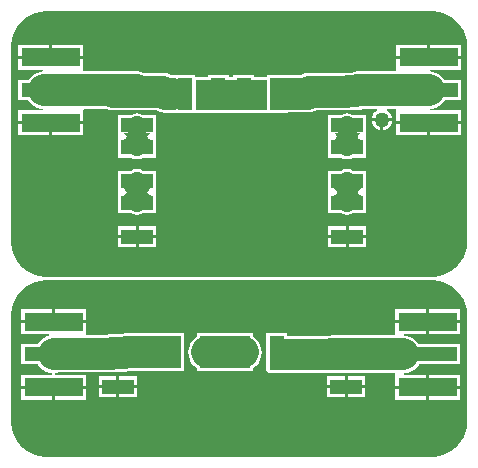
<source format=gbr>
%TF.GenerationSoftware,Altium Limited,Altium Designer,20.0.10 (225)*%
G04 Layer_Physical_Order=1*
G04 Layer_Color=255*
%FSLAX26Y26*%
%MOIN*%
%TF.FileFunction,Copper,L1,Top,Signal*%
%TF.Part,CustomerPanel*%
G01*
G75*
%TA.AperFunction,SMDPad,CuDef*%
%ADD10R,0.106299X0.049213*%
%ADD11R,0.049213X0.106299*%
%ADD12R,0.196850X0.047244*%
%ADD13R,0.196850X0.062992*%
%TA.AperFunction,Conductor*%
%ADD14C,0.105236*%
%ADD15C,0.059055*%
%ADD16C,0.105236*%
%TA.AperFunction,ViaPad*%
%ADD17C,0.050000*%
G36*
X3058091Y4309948D02*
X3073047Y4305940D01*
X3087351Y4300016D01*
X3100759Y4292274D01*
X3113043Y4282849D01*
X3123990Y4271901D01*
X3133416Y4259618D01*
X3141157Y4246209D01*
X3147082Y4231905D01*
X3151089Y4216950D01*
X3153110Y4201600D01*
Y4193858D01*
Y3543977D01*
Y3536235D01*
X3151089Y3520885D01*
X3147082Y3505930D01*
X3141157Y3491626D01*
X3133416Y3478217D01*
X3123990Y3465934D01*
X3113043Y3454986D01*
X3100759Y3445561D01*
X3087351Y3437819D01*
X3073047Y3431894D01*
X3058091Y3427887D01*
X3042741Y3425866D01*
X3035000D01*
Y3425866D01*
X1751929D01*
Y3425866D01*
X1744188D01*
X1728838Y3427887D01*
X1713882Y3431894D01*
X1699578Y3437819D01*
X1686170Y3445561D01*
X1673887Y3454986D01*
X1662939Y3465934D01*
X1653513Y3478217D01*
X1645772Y3491626D01*
X1639847Y3505930D01*
X1635840Y3520885D01*
X1633819Y3536235D01*
Y3543977D01*
X1633819D01*
Y4193858D01*
Y4201600D01*
X1635840Y4216950D01*
X1639847Y4231905D01*
X1645772Y4246209D01*
X1653513Y4259618D01*
X1662939Y4271901D01*
X1673887Y4282849D01*
X1686170Y4292274D01*
X1699578Y4300016D01*
X1713882Y4305940D01*
X1728838Y4309948D01*
X1744188Y4311969D01*
X1751929D01*
Y4311968D01*
X3035000D01*
X3042741Y4311969D01*
X3058091Y4309948D01*
D02*
G37*
G36*
Y3412979D02*
X3073047Y3408972D01*
X3087351Y3403047D01*
X3100759Y3395305D01*
X3113043Y3385880D01*
X3123990Y3374932D01*
X3133416Y3362649D01*
X3141157Y3349241D01*
X3147082Y3334936D01*
X3151089Y3319981D01*
X3153110Y3304631D01*
Y3296890D01*
Y2943976D01*
Y2936235D01*
X3151089Y2920885D01*
X3147082Y2905930D01*
X3141157Y2891626D01*
X3133416Y2878217D01*
X3123990Y2865934D01*
X3113043Y2854986D01*
X3100759Y2845561D01*
X3087351Y2837819D01*
X3073047Y2831894D01*
X3058091Y2827887D01*
X3042741Y2825866D01*
X1744188D01*
X1728838Y2827887D01*
X1713882Y2831894D01*
X1699578Y2837819D01*
X1686170Y2845561D01*
X1673887Y2854986D01*
X1662939Y2865934D01*
X1653513Y2878217D01*
X1645772Y2891626D01*
X1639847Y2905930D01*
X1635840Y2920885D01*
X1633819Y2936235D01*
Y2943976D01*
Y3296890D01*
Y3304631D01*
X1635840Y3319981D01*
X1639847Y3334936D01*
X1645772Y3349241D01*
X1653513Y3362649D01*
X1662939Y3374932D01*
X1673887Y3385880D01*
X1686170Y3395305D01*
X1699578Y3403047D01*
X1713882Y3408972D01*
X1728838Y3412979D01*
X1744188Y3415000D01*
X3042741D01*
X3058091Y3412979D01*
D02*
G37*
%LPC*%
G36*
X1874134Y4198882D02*
X1770709D01*
Y4162386D01*
X1874134D01*
Y4198882D01*
D02*
G37*
G36*
X1760709D02*
X1657284D01*
Y4162386D01*
X1760709D01*
Y4198882D01*
D02*
G37*
G36*
X3133189D02*
X3029764D01*
Y4162386D01*
X3133189D01*
Y4198882D01*
D02*
G37*
G36*
X3019764D02*
X2916339D01*
Y4162386D01*
X3019764D01*
Y4198882D01*
D02*
G37*
G36*
X1874134Y4152386D02*
X1765709D01*
X1657284D01*
Y4115890D01*
X1739899D01*
X1740144Y4110890D01*
X1731544Y4110043D01*
X1719740Y4106462D01*
X1708862Y4100648D01*
X1699327Y4092823D01*
X1691502Y4083288D01*
X1690788Y4081953D01*
X1657284D01*
Y4014709D01*
X1690788D01*
X1691502Y4013374D01*
X1699327Y4003839D01*
X1708862Y3996014D01*
X1719740Y3990200D01*
X1731544Y3986619D01*
X1740144Y3985772D01*
X1739899Y3980772D01*
X1657284D01*
Y3944276D01*
X1765709D01*
X1874134D01*
Y3980410D01*
X1874134Y3980772D01*
X1875008Y3985410D01*
X1949376D01*
X1949740Y3985215D01*
X1961544Y3981635D01*
X1973819Y3980426D01*
X2117000D01*
X2121158Y3978203D01*
X2132961Y3974623D01*
X2145236Y3973414D01*
X2145238Y3973414D01*
X2172716D01*
X2175969Y3973734D01*
X2176575Y3973185D01*
Y3973185D01*
X2243965D01*
X2244917Y3972549D01*
X2248819Y3971773D01*
X2326525D01*
X2327185Y3971904D01*
X2327856Y3971860D01*
X2328819Y3971987D01*
X2329782Y3971860D01*
X2330453Y3971904D01*
X2331113Y3971773D01*
X2455910D01*
X2456569Y3971904D01*
X2457241Y3971860D01*
X2458204Y3971987D01*
X2459167Y3971860D01*
X2459838Y3971904D01*
X2460498Y3971773D01*
X2485630D01*
X2489532Y3972549D01*
X2490484Y3973185D01*
X2554843D01*
Y3973945D01*
X2620969D01*
X2633245Y3975155D01*
X2645048Y3978735D01*
X2648211Y3980426D01*
X2753819D01*
X2759216Y3980957D01*
X2782894D01*
X2795169Y3982166D01*
X2805862Y3985410D01*
X2851349D01*
X2852343Y3980410D01*
X2851168Y3979923D01*
X2843857Y3974313D01*
X2838247Y3967002D01*
X2834720Y3958487D01*
X2834175Y3954351D01*
X2903463D01*
X2902918Y3958487D01*
X2899391Y3967002D01*
X2893781Y3974313D01*
X2886470Y3979923D01*
X2885294Y3980410D01*
X2886289Y3985410D01*
X2915465D01*
X2916338Y3980772D01*
X2916339Y3980410D01*
Y3944276D01*
X3024764D01*
X3133189D01*
Y3980772D01*
X3028684D01*
X3028438Y3985772D01*
X3037039Y3986619D01*
X3048843Y3990200D01*
X3059721Y3996014D01*
X3069256Y4003839D01*
X3077081Y4013374D01*
X3077794Y4014709D01*
X3133189D01*
Y4081953D01*
X3077794D01*
X3077081Y4083288D01*
X3069256Y4092823D01*
X3059721Y4100648D01*
X3048843Y4106462D01*
X3037039Y4110043D01*
X3028438Y4110890D01*
X3028684Y4115890D01*
X3133189D01*
Y4152386D01*
X3024764D01*
X2916339D01*
Y4116252D01*
X2916338Y4115890D01*
X2915465Y4111252D01*
X2787347D01*
X2787347Y4111252D01*
X2775071Y4110043D01*
X2764378Y4106799D01*
X2754352D01*
X2754351Y4106799D01*
X2748952Y4106268D01*
X2627450D01*
X2615174Y4105059D01*
X2603371Y4101478D01*
X2600208Y4099788D01*
X2548717D01*
X2545639Y4099484D01*
X2485630D01*
Y4092164D01*
X2442638D01*
Y4099484D01*
X2373425D01*
Y4092164D01*
X2357992D01*
Y4099484D01*
X2288780D01*
Y4092164D01*
X2248819D01*
X2245787Y4094653D01*
Y4099484D01*
X2176575D01*
Y4099484D01*
X2175969Y4098935D01*
X2172716Y4099256D01*
X2166461D01*
X2162303Y4101478D01*
X2150500Y4105059D01*
X2138225Y4106268D01*
X2076471D01*
X2076106Y4106462D01*
X2064303Y4110043D01*
X2052028Y4111252D01*
X1875008D01*
X1874134Y4115890D01*
X1874134Y4116252D01*
Y4152386D01*
D02*
G37*
G36*
X2903463Y3944351D02*
X2873819D01*
Y3914707D01*
X2877956Y3915251D01*
X2886470Y3918778D01*
X2893781Y3924388D01*
X2899391Y3931700D01*
X2902918Y3940214D01*
X2903463Y3944351D01*
D02*
G37*
G36*
X2863819D02*
X2834175D01*
X2834720Y3940214D01*
X2838247Y3931700D01*
X2843857Y3924388D01*
X2851168Y3918778D01*
X2859682Y3915251D01*
X2863819Y3914707D01*
Y3944351D01*
D02*
G37*
G36*
X3133189Y3934276D02*
X3029764D01*
Y3897780D01*
X3133189D01*
Y3934276D01*
D02*
G37*
G36*
X3019764D02*
X2916339D01*
Y3897780D01*
X3019764D01*
Y3934276D01*
D02*
G37*
G36*
X1874134Y3934276D02*
X1770709D01*
Y3897780D01*
X1874134D01*
Y3934276D01*
D02*
G37*
G36*
X1760709D02*
X1657284D01*
Y3897780D01*
X1760709D01*
Y3934276D01*
D02*
G37*
G36*
X2753819Y3971010D02*
X2743500Y3969652D01*
X2734076Y3965748D01*
X2690669D01*
Y3896536D01*
X2690669Y3896536D01*
Y3892043D01*
X2690669D01*
X2690669Y3891536D01*
Y3822831D01*
X2734076D01*
X2743500Y3818927D01*
X2753819Y3817568D01*
X2764138Y3818927D01*
X2773562Y3822831D01*
X2816968D01*
Y3891536D01*
X2816969Y3892043D01*
X2816969D01*
Y3896536D01*
X2816968D01*
Y3965748D01*
X2773562D01*
X2764138Y3969652D01*
X2753819Y3971010D01*
D02*
G37*
G36*
X2052559D02*
X2042240Y3969652D01*
X2032816Y3965748D01*
X1989409D01*
Y3896536D01*
X1989409Y3896536D01*
Y3892043D01*
X1989409D01*
X1989409Y3891536D01*
Y3822831D01*
X2032816D01*
X2042240Y3818927D01*
X2052559Y3817568D01*
X2062163Y3818833D01*
X2062878Y3818927D01*
X2072302Y3822831D01*
X2115709D01*
Y3891536D01*
X2115709Y3892043D01*
X2115709D01*
Y3896536D01*
X2115709D01*
Y3965748D01*
X2072302D01*
X2062878Y3969652D01*
X2052559Y3971010D01*
D02*
G37*
G36*
X2753819Y3785101D02*
X2743500Y3783742D01*
X2734076Y3779839D01*
X2690669D01*
Y3769839D01*
Y3710626D01*
X2690669Y3710626D01*
Y3707043D01*
X2690669D01*
X2690669Y3705626D01*
Y3637831D01*
X2734076D01*
X2743500Y3633927D01*
X2753819Y3632568D01*
X2764138Y3633927D01*
X2773562Y3637831D01*
X2816968D01*
Y3705626D01*
X2816969Y3707043D01*
X2816969D01*
Y3710626D01*
X2816968D01*
Y3769839D01*
Y3779839D01*
X2773562D01*
X2764138Y3783742D01*
X2753819Y3785101D01*
D02*
G37*
G36*
X2052559D02*
X2042240Y3783742D01*
X2032816Y3779839D01*
X1989409D01*
Y3710626D01*
X1989409Y3710626D01*
Y3707043D01*
X1989409D01*
X1989409Y3705626D01*
Y3637831D01*
X2032816D01*
X2042240Y3633927D01*
X2052559Y3632568D01*
X2062878Y3633927D01*
X2072302Y3637831D01*
X2115709D01*
Y3705626D01*
X2115709Y3707043D01*
X2115709D01*
Y3710626D01*
X2115709D01*
Y3779839D01*
X2072302D01*
X2062878Y3783742D01*
X2052559Y3785101D01*
D02*
G37*
G36*
X2816968Y3594839D02*
X2758819D01*
Y3589472D01*
Y3565233D01*
X2816968D01*
Y3592999D01*
Y3594839D01*
D02*
G37*
G36*
X2115709D02*
X2057559D01*
Y3565233D01*
X2115709D01*
Y3594839D01*
D02*
G37*
G36*
X2748819D02*
X2690669D01*
Y3565233D01*
X2748819D01*
Y3594839D01*
D02*
G37*
G36*
X2047559D02*
X1989409D01*
Y3587340D01*
Y3565233D01*
X2047559D01*
Y3594839D01*
D02*
G37*
G36*
X2816968Y3555233D02*
X2758819D01*
Y3525626D01*
X2816968D01*
Y3555233D01*
D02*
G37*
G36*
X2748819D02*
X2690669D01*
Y3525626D01*
X2748819D01*
Y3555233D01*
D02*
G37*
G36*
X2115709D02*
X2057559D01*
Y3525626D01*
X2115709D01*
Y3555233D01*
D02*
G37*
G36*
X2047559D02*
X1989409D01*
Y3525626D01*
X2047559D01*
Y3555233D01*
D02*
G37*
%LPD*%
G36*
X2485630Y3981969D02*
X2460498D01*
X2458204Y3982271D01*
X2455910Y3981969D01*
X2331113D01*
X2328819Y3982271D01*
X2326525Y3981969D01*
X2248819D01*
Y4081969D01*
X2485630D01*
Y3981969D01*
D02*
G37*
G36*
X2783543Y3921790D02*
X2785045Y3906776D01*
X2803037D01*
X2799296Y3906282D01*
X2795949Y3904802D01*
X2792995Y3902335D01*
X2790435Y3898881D01*
X2788269Y3894441D01*
X2788234Y3894334D01*
X2788269Y3894228D01*
X2790435Y3889798D01*
X2792995Y3886353D01*
X2795949Y3883892D01*
X2799296Y3882416D01*
X2803037Y3881923D01*
X2785029D01*
X2784134Y3875199D01*
X2783543Y3866811D01*
X2783347Y3857437D01*
X2724291D01*
X2724094Y3866811D01*
X2722587Y3881923D01*
X2704600D01*
X2708342Y3882416D01*
X2711689Y3883892D01*
X2714643Y3886353D01*
X2717203Y3889798D01*
X2719369Y3894228D01*
X2719403Y3894334D01*
X2719369Y3894441D01*
X2717203Y3898881D01*
X2714643Y3902335D01*
X2711689Y3904802D01*
X2708342Y3906282D01*
X2704600Y3906776D01*
X2722617D01*
X2723504Y3913423D01*
X2724094Y3921790D01*
X2724291Y3931142D01*
X2783347D01*
X2783543Y3921790D01*
D02*
G37*
G36*
X2082284D02*
X2083785Y3906776D01*
X2101778D01*
X2098036Y3906282D01*
X2094689Y3904802D01*
X2091735Y3902335D01*
X2089175Y3898881D01*
X2087009Y3894441D01*
X2086975Y3894334D01*
X2087009Y3894228D01*
X2089175Y3889798D01*
X2091735Y3886353D01*
X2094689Y3883892D01*
X2098036Y3882416D01*
X2101778Y3881923D01*
X2083769D01*
X2082874Y3875199D01*
X2082284Y3866811D01*
X2082087Y3857437D01*
X2023032D01*
X2022835Y3866811D01*
X2021327Y3881923D01*
X2003341D01*
X2007082Y3882416D01*
X2010429Y3883892D01*
X2013383Y3886353D01*
X2015943Y3889798D01*
X2018109Y3894228D01*
X2018144Y3894334D01*
X2018109Y3894441D01*
X2015943Y3898881D01*
X2013383Y3902335D01*
X2010429Y3904802D01*
X2007082Y3906282D01*
X2003341Y3906776D01*
X2021357D01*
X2022244Y3913423D01*
X2022835Y3921790D01*
X2023032Y3931142D01*
X2082087D01*
X2082284Y3921790D01*
D02*
G37*
G36*
X2783534Y3736054D02*
X2785010Y3720866D01*
X2802128D01*
X2798559Y3720382D01*
X2795367Y3718929D01*
X2792549Y3716508D01*
X2790108Y3713117D01*
X2788099Y3708880D01*
X2790108Y3704653D01*
X2792549Y3701271D01*
X2795367Y3698856D01*
X2798559Y3697407D01*
X2802128Y3696923D01*
X2785009D01*
X2784098Y3689872D01*
X2783534Y3681639D01*
X2783347Y3672437D01*
X2724291D01*
X2724104Y3681639D01*
X2722622Y3696923D01*
X2705510D01*
X2709078Y3697407D01*
X2712271Y3698856D01*
X2715088Y3701271D01*
X2717530Y3704653D01*
X2719539Y3708880D01*
X2717530Y3713117D01*
X2715088Y3716508D01*
X2712271Y3718929D01*
X2709078Y3720382D01*
X2705510Y3720866D01*
X2722636D01*
X2723540Y3727841D01*
X2724104Y3736054D01*
X2724291Y3745232D01*
X2783347D01*
X2783534Y3736054D01*
D02*
G37*
G36*
X2082274D02*
X2083751Y3720866D01*
X2100868D01*
X2097300Y3720382D01*
X2094107Y3718929D01*
X2091290Y3716508D01*
X2088848Y3713117D01*
X2086839Y3708880D01*
X2088848Y3704653D01*
X2091290Y3701271D01*
X2094107Y3698856D01*
X2097300Y3697407D01*
X2100868Y3696923D01*
X2083749D01*
X2082838Y3689872D01*
X2082274Y3681639D01*
X2082087Y3672437D01*
X2023032D01*
X2022844Y3681639D01*
X2021362Y3696923D01*
X2004250D01*
X2007819Y3697407D01*
X2011011Y3698856D01*
X2013829Y3701271D01*
X2016270Y3704653D01*
X2018279Y3708880D01*
X2016270Y3713117D01*
X2013829Y3716508D01*
X2011011Y3718929D01*
X2007819Y3720382D01*
X2004250Y3720866D01*
X2021376D01*
X2022280Y3727841D01*
X2022844Y3736054D01*
X2023032Y3745232D01*
X2082087D01*
X2082274Y3736054D01*
D02*
G37*
%LPC*%
G36*
X1882659Y3318122D02*
X1779234D01*
Y3281626D01*
X1882659D01*
Y3318122D01*
D02*
G37*
G36*
X1769234D02*
X1665809D01*
Y3281626D01*
X1769234D01*
Y3318122D01*
D02*
G37*
G36*
X3129646D02*
X3026220D01*
Y3281626D01*
X3129646D01*
Y3318122D01*
D02*
G37*
G36*
X3016220D02*
X2912795D01*
Y3281626D01*
X3016220D01*
Y3318122D01*
D02*
G37*
G36*
X2380789Y3237552D02*
X2380767Y3237548D01*
X2380745Y3237552D01*
X2333940Y3237348D01*
X2320984Y3237386D01*
Y3237477D01*
X2312202D01*
X2311706Y3237518D01*
X2311346Y3237477D01*
X2311246D01*
X2310864Y3237552D01*
X2310483Y3237477D01*
X2251772D01*
Y3226831D01*
X2251421Y3226644D01*
X2241886Y3218819D01*
X2234061Y3209284D01*
X2228246Y3198406D01*
X2224666Y3186602D01*
X2223457Y3174327D01*
X2224666Y3162052D01*
X2228246Y3150248D01*
X2234061Y3139370D01*
X2241886Y3129835D01*
X2251421Y3122010D01*
X2251772Y3121822D01*
Y3111177D01*
X2310483D01*
X2310864Y3111101D01*
X2310886Y3111106D01*
X2310909Y3111102D01*
X2357713Y3111305D01*
X2370669Y3111268D01*
Y3111177D01*
X2379452D01*
X2379948Y3111136D01*
X2380308Y3111177D01*
X2380408D01*
X2380789Y3111101D01*
X2381171Y3111177D01*
X2439882D01*
Y3121822D01*
X2440233Y3122010D01*
X2449767Y3129835D01*
X2457593Y3139370D01*
X2463407Y3150248D01*
X2466988Y3162052D01*
X2468197Y3174327D01*
X2466988Y3186602D01*
X2463407Y3198406D01*
X2457593Y3209284D01*
X2449767Y3218819D01*
X2440233Y3226644D01*
X2439882Y3226831D01*
Y3237477D01*
X2381171D01*
X2380789Y3237552D01*
D02*
G37*
G36*
X3129646Y3271626D02*
X3026220D01*
Y3235130D01*
X3129646D01*
Y3271626D01*
D02*
G37*
G36*
X3016220D02*
X2912795D01*
Y3235492D01*
X2912795Y3235130D01*
X2911921Y3230492D01*
X2700260D01*
X2697254Y3230196D01*
X2552087Y3230196D01*
Y3237477D01*
X2482874D01*
Y3111177D01*
X2485840D01*
X2485856Y3111098D01*
X2488066Y3107790D01*
X2491374Y3105580D01*
X2495276Y3104804D01*
X2698694Y3104804D01*
X2700260Y3104650D01*
X2911921D01*
X2912795Y3100012D01*
X2912795Y3099650D01*
Y3063516D01*
X3016220D01*
Y3100012D01*
X2943370D01*
X2943124Y3105012D01*
X2951724Y3105859D01*
X2963528Y3109439D01*
X2974406Y3115254D01*
X2983941Y3123079D01*
X2991766Y3132614D01*
X2992479Y3133949D01*
X3129646D01*
Y3201193D01*
X2992479D01*
X2991766Y3202528D01*
X2983941Y3212063D01*
X2974406Y3219888D01*
X2963528Y3225702D01*
X2951724Y3229283D01*
X2943124Y3230130D01*
X2943370Y3235130D01*
X3016220D01*
Y3271626D01*
D02*
G37*
G36*
X1882659Y3271626D02*
X1774234D01*
X1665809D01*
Y3235130D01*
X1758430D01*
X1759172Y3230130D01*
X1752584Y3228132D01*
X1741706Y3222317D01*
X1732171Y3214492D01*
X1729742Y3212063D01*
X1721917Y3202528D01*
X1721203Y3201193D01*
X1665809D01*
Y3133949D01*
X1721203D01*
X1721917Y3132614D01*
X1729742Y3123079D01*
X1739277Y3115254D01*
X1750155Y3109439D01*
X1761958Y3105859D01*
X1770559Y3105012D01*
X1770313Y3100012D01*
X1665809D01*
Y3063516D01*
X1774234D01*
X1882659D01*
Y3100012D01*
X1778154D01*
X1777909Y3105012D01*
X1786509Y3105859D01*
X1790531Y3107079D01*
X1967720D01*
X1979996Y3108288D01*
X1986186Y3110166D01*
X2013764D01*
X2026040Y3111375D01*
X2028361Y3112079D01*
X2139567D01*
Y3111177D01*
X2208780D01*
Y3165854D01*
X2209614Y3174327D01*
X2208780Y3182800D01*
Y3237477D01*
X2150534D01*
X2146020Y3237921D01*
X2015678D01*
X2003402Y3236712D01*
X2001081Y3236008D01*
X1970807D01*
X1958532Y3234799D01*
X1952342Y3232921D01*
X1886744D01*
X1882659Y3235130D01*
X1882659Y3237921D01*
Y3271626D01*
D02*
G37*
G36*
X2051299Y3094957D02*
X1993150D01*
Y3065350D01*
X2051299D01*
Y3094957D01*
D02*
G37*
G36*
X2813425D02*
X2755276D01*
Y3065350D01*
X2813425D01*
Y3094957D01*
D02*
G37*
G36*
X1983150D02*
X1925000D01*
Y3065350D01*
X1983150D01*
Y3094957D01*
D02*
G37*
G36*
X2745276D02*
X2687126D01*
Y3065350D01*
X2745276D01*
Y3094957D01*
D02*
G37*
G36*
X3129646Y3100012D02*
X3026220D01*
Y3063516D01*
X3129646D01*
Y3100012D01*
D02*
G37*
G36*
X2813425Y3055350D02*
X2755276D01*
Y3025744D01*
X2813425D01*
Y3055350D01*
D02*
G37*
G36*
X2745276D02*
X2687126D01*
Y3025744D01*
X2745276D01*
Y3055350D01*
D02*
G37*
G36*
X2051299D02*
X1993150D01*
Y3025744D01*
X2051299D01*
Y3055350D01*
D02*
G37*
G36*
X1983150D02*
X1925000D01*
Y3025744D01*
X1983150D01*
Y3055350D01*
D02*
G37*
G36*
X3129646Y3053516D02*
X3026220D01*
Y3017020D01*
X3129646D01*
Y3053516D01*
D02*
G37*
G36*
X3016220D02*
X2912795D01*
Y3017020D01*
X3016220D01*
Y3053516D01*
D02*
G37*
G36*
X1882659Y3053516D02*
X1779234D01*
Y3017020D01*
X1882659D01*
Y3053516D01*
D02*
G37*
G36*
X1769234D02*
X1665809D01*
Y3017020D01*
X1769234D01*
Y3053516D01*
D02*
G37*
%LPD*%
G36*
X2380789Y3227016D02*
X2405276Y3226945D01*
Y3121709D01*
X2380789Y3121602D01*
Y3121297D01*
X2379845Y3121376D01*
X2377013Y3121445D01*
X2357712Y3121501D01*
X2310864Y3121297D01*
Y3121638D01*
X2286378Y3121709D01*
Y3226945D01*
X2310864Y3227052D01*
Y3227356D01*
X2311808Y3227278D01*
X2314641Y3227208D01*
X2333941Y3227152D01*
X2380789Y3227356D01*
Y3227016D01*
D02*
G37*
G36*
X2820276Y3115000D02*
X2495276Y3115000D01*
X2495275Y3220000D01*
X2820276Y3220000D01*
X2820276Y3115000D01*
D02*
G37*
%LPC*%
G36*
X2813425Y3207162D02*
X2755276D01*
Y3177555D01*
X2813425D01*
Y3207162D01*
D02*
G37*
G36*
X2745276D02*
X2687126D01*
Y3177555D01*
X2745276D01*
Y3207162D01*
D02*
G37*
G36*
X2813425Y3167555D02*
X2755276D01*
Y3137949D01*
X2813425D01*
Y3167555D01*
D02*
G37*
G36*
X2745276D02*
X2687126D01*
Y3137949D01*
X2745276D01*
Y3167555D01*
D02*
G37*
%LPD*%
D10*
X2750276Y3172555D02*
D03*
Y3060351D02*
D03*
X1988150Y3172555D02*
D03*
Y3060351D02*
D03*
X2753819Y4043347D02*
D03*
Y3931142D02*
D03*
Y3857437D02*
D03*
Y3745232D02*
D03*
Y3672437D02*
D03*
Y3560232D02*
D03*
X2052559Y3672437D02*
D03*
Y3560232D02*
D03*
Y3857437D02*
D03*
Y3745232D02*
D03*
Y4043347D02*
D03*
Y3931142D02*
D03*
D11*
X2517480Y3174327D02*
D03*
X2405276D02*
D03*
X2286378D02*
D03*
X2174173D02*
D03*
X2520236Y4036335D02*
D03*
X2408032D02*
D03*
X2323386D02*
D03*
X2211181D02*
D03*
D12*
X3021220Y3167571D02*
D03*
X1774234D02*
D03*
X3024764Y4048331D02*
D03*
X1765709D02*
D03*
D13*
X3021220Y3276626D02*
D03*
Y3058516D02*
D03*
X1774234D02*
D03*
Y3276626D02*
D03*
X3024764Y4157386D02*
D03*
Y3939276D02*
D03*
X1765709D02*
D03*
Y4157386D02*
D03*
D14*
X1774234Y3167571D02*
X1776663Y3170000D01*
X1967720D02*
X1970276Y3172555D01*
X1776663Y3170000D02*
X1967720D01*
X2286378Y3174327D02*
X2405276D01*
X2015678Y3175000D02*
X2146020D01*
X1970807Y3173087D02*
X2013764D01*
X2015678Y3175000D01*
X2146020D02*
X2146693Y3174327D01*
X2700260Y3167571D02*
X2939449D01*
D15*
X2052559Y3857437D02*
Y3931142D01*
Y3672437D02*
Y3745232D01*
X2753819Y3672437D02*
Y3745232D01*
Y3857437D02*
Y3931142D01*
D16*
X2052559Y4043347D02*
X2138225D01*
X1973819D02*
X2052559D01*
X1765709Y4048331D02*
X2052028D01*
X1743819D02*
X1765709D01*
X2548717Y4036867D02*
X2620969D01*
X2753819Y4043347D02*
X2754351Y4043878D01*
X2782894D01*
X2787347Y4048331D01*
X3024764D01*
X2627450Y4043347D02*
X2753819D01*
X2620969Y4036867D02*
X2627450Y4043347D01*
X2138225D02*
X2145236Y4036335D01*
X2172716D01*
X2052028Y4048331D02*
X2052559Y4047799D01*
D17*
X2350276Y3282618D02*
D03*
X2660276Y2995000D02*
D03*
X2855276Y3065000D02*
D03*
X2880276Y3355000D02*
D03*
X2865276Y3275000D02*
D03*
X1790276Y3355000D02*
D03*
X1920276Y3335000D02*
D03*
X1925276Y2985000D02*
D03*
X2010276D02*
D03*
X1955276Y3270000D02*
D03*
X2065276D02*
D03*
X2085276Y3065875D02*
D03*
X2175276D02*
D03*
X2160276Y3270000D02*
D03*
X2450276Y3065875D02*
D03*
X2254445Y3270000D02*
D03*
X2252132Y3065875D02*
D03*
X2360276D02*
D03*
X2520276D02*
D03*
X2439019Y3270000D02*
D03*
X2795276D02*
D03*
X2715276D02*
D03*
X2621608D02*
D03*
X2535276D02*
D03*
X2605276Y3065875D02*
D03*
X2805276Y2990000D02*
D03*
X1835276Y2960000D02*
D03*
X1773819Y4241969D02*
D03*
X2868819Y3949351D02*
D03*
X2775492Y4136969D02*
D03*
X2868819D02*
D03*
X1923819Y3941969D02*
D03*
X2928819Y4236969D02*
D03*
X2648819Y3946969D02*
D03*
X2148819Y3731969D02*
D03*
Y3651969D02*
D03*
X1953819Y3681969D02*
D03*
Y3761969D02*
D03*
X2868819Y3786969D02*
D03*
Y3706053D02*
D03*
X2648819Y3601296D02*
D03*
X2868819D02*
D03*
X2648819Y3736853D02*
D03*
Y3856969D02*
D03*
X2373819Y4136969D02*
D03*
X2328819Y3946969D02*
D03*
X2458204D02*
D03*
X2508819Y4136969D02*
D03*
X1953819Y3866969D02*
D03*
X2148819Y3861969D02*
D03*
X2648819Y4136969D02*
D03*
X2553819Y3946969D02*
D03*
X2868819Y3871969D02*
D03*
X1918819Y4161969D02*
D03*
X2148819Y3931969D02*
D03*
X2223819Y3946969D02*
D03*
X2249244Y4136969D02*
D03*
X2155366D02*
D03*
X2068819D02*
D03*
X1993819D02*
D03*
X2758819Y3486969D02*
D03*
X2048819Y3481969D02*
D03*
%TF.MD5,428887196986fc930b8d40a2d72a0ed3*%
M02*

</source>
